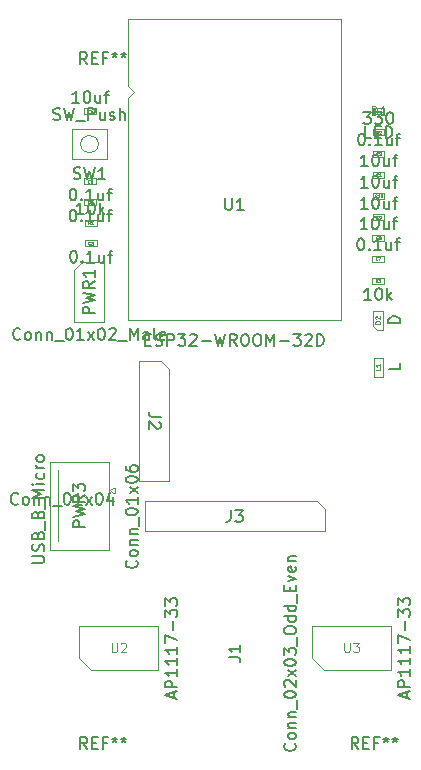
<source format=gbr>
G04 #@! TF.GenerationSoftware,KiCad,Pcbnew,(5.1.4)-1*
G04 #@! TF.CreationDate,2020-06-29T21:22:15+08:00*
G04 #@! TF.ProjectId,esp-break,6573702d-6272-4656-916b-2e6b69636164,rev?*
G04 #@! TF.SameCoordinates,Original*
G04 #@! TF.FileFunction,Other,Fab,Top*
%FSLAX46Y46*%
G04 Gerber Fmt 4.6, Leading zero omitted, Abs format (unit mm)*
G04 Created by KiCad (PCBNEW (5.1.4)-1) date 2020-06-29 21:22:15*
%MOMM*%
%LPD*%
G04 APERTURE LIST*
%ADD10C,0.100000*%
%ADD11C,0.150000*%
%ADD12C,0.120000*%
%ADD13C,0.040000*%
%ADD14C,0.060000*%
G04 APERTURE END LIST*
D10*
X108530000Y-89940000D02*
X108530000Y-79810000D01*
X111020000Y-89970000D02*
X108550000Y-89970000D01*
X111020000Y-80445000D02*
X111020000Y-89970000D01*
X110385000Y-79810000D02*
X111020000Y-80445000D01*
X108530000Y-79810000D02*
X110385000Y-79810000D01*
X128500000Y-58873200D02*
X128500000Y-58373200D01*
X128400000Y-58873200D02*
X128400000Y-58373200D01*
X129300000Y-58873200D02*
X128300000Y-58873200D01*
X129300000Y-58373200D02*
X129300000Y-58873200D01*
X128300000Y-58373200D02*
X129300000Y-58373200D01*
X128300000Y-58873200D02*
X128300000Y-58373200D01*
X105825000Y-62675000D02*
X102825000Y-62675000D01*
X102825000Y-62675000D02*
X102825000Y-60175000D01*
X102825000Y-60175000D02*
X105825000Y-60175000D01*
X105825000Y-60175000D02*
X105825000Y-62675000D01*
X105075000Y-61425000D02*
G75*
G03X105075000Y-61425000I-750000J0D01*
G01*
X103665000Y-71405000D02*
X105570000Y-71405000D01*
X105570000Y-71405000D02*
X105570000Y-76485000D01*
X105570000Y-76485000D02*
X103030000Y-76485000D01*
X103030000Y-76485000D02*
X103030000Y-72040000D01*
X103030000Y-72040000D02*
X103665000Y-71405000D01*
X104450000Y-105950000D02*
X103450000Y-104950000D01*
X104450000Y-105950000D02*
X110150000Y-105950000D01*
X103450000Y-104950000D02*
X103450000Y-102250000D01*
X110150000Y-105950000D02*
X110150000Y-102250000D01*
X103450000Y-102250000D02*
X110150000Y-102250000D01*
X129300000Y-63775000D02*
X129300000Y-64275000D01*
X129300000Y-64275000D02*
X128300000Y-64275000D01*
X128300000Y-64275000D02*
X128300000Y-63775000D01*
X128300000Y-63775000D02*
X129300000Y-63775000D01*
X128300000Y-62000000D02*
X129300000Y-62000000D01*
X128300000Y-62500000D02*
X128300000Y-62000000D01*
X129300000Y-62500000D02*
X128300000Y-62500000D01*
X129300000Y-62000000D02*
X129300000Y-62500000D01*
X103925000Y-70075000D02*
X103925000Y-69575000D01*
X103925000Y-69575000D02*
X104925000Y-69575000D01*
X104925000Y-69575000D02*
X104925000Y-70075000D01*
X104925000Y-70075000D02*
X103925000Y-70075000D01*
X103875000Y-58400000D02*
X104875000Y-58400000D01*
X103875000Y-58900000D02*
X103875000Y-58400000D01*
X104875000Y-58900000D02*
X103875000Y-58900000D01*
X104875000Y-58400000D02*
X104875000Y-58900000D01*
X104875000Y-64825000D02*
X103875000Y-64825000D01*
X104875000Y-64325000D02*
X104875000Y-64825000D01*
X103875000Y-64325000D02*
X104875000Y-64325000D01*
X103875000Y-64825000D02*
X103875000Y-64325000D01*
X103875000Y-66600000D02*
X103875000Y-66100000D01*
X103875000Y-66100000D02*
X104875000Y-66100000D01*
X104875000Y-66100000D02*
X104875000Y-66600000D01*
X104875000Y-66600000D02*
X103875000Y-66600000D01*
X128250000Y-70875000D02*
X129250000Y-70875000D01*
X128250000Y-71375000D02*
X128250000Y-70875000D01*
X129250000Y-71375000D02*
X128250000Y-71375000D01*
X129250000Y-70875000D02*
X129250000Y-71375000D01*
X129275000Y-69100000D02*
X129275000Y-69600000D01*
X129275000Y-69600000D02*
X128275000Y-69600000D01*
X128275000Y-69600000D02*
X128275000Y-69100000D01*
X128275000Y-69100000D02*
X129275000Y-69100000D01*
X128300000Y-67375000D02*
X129300000Y-67375000D01*
X128300000Y-67875000D02*
X128300000Y-67375000D01*
X129300000Y-67875000D02*
X128300000Y-67875000D01*
X129300000Y-67375000D02*
X129300000Y-67875000D01*
X129300000Y-65575000D02*
X129300000Y-66075000D01*
X129300000Y-66075000D02*
X128300000Y-66075000D01*
X128300000Y-66075000D02*
X128300000Y-65575000D01*
X128300000Y-65575000D02*
X129300000Y-65575000D01*
X128350000Y-75525000D02*
X128350000Y-76825000D01*
X128350000Y-76825000D02*
X128650000Y-77125000D01*
X128650000Y-77125000D02*
X129150000Y-77125000D01*
X129150000Y-77125000D02*
X129150000Y-75525000D01*
X129150000Y-75525000D02*
X128350000Y-75525000D01*
X129175000Y-81100000D02*
X128375000Y-81100000D01*
X128375000Y-81100000D02*
X128375000Y-79500000D01*
X128375000Y-79500000D02*
X129175000Y-79500000D01*
X129175000Y-79500000D02*
X129175000Y-81100000D01*
X104925000Y-67850000D02*
X104925000Y-68350000D01*
X104925000Y-68350000D02*
X103925000Y-68350000D01*
X103925000Y-68350000D02*
X103925000Y-67850000D01*
X103925000Y-67850000D02*
X104925000Y-67850000D01*
X128300000Y-60175000D02*
X129300000Y-60175000D01*
X128300000Y-60675000D02*
X128300000Y-60175000D01*
X129300000Y-60675000D02*
X128300000Y-60675000D01*
X129300000Y-60175000D02*
X129300000Y-60675000D01*
X125586000Y-76308000D02*
X125586000Y-50803000D01*
X107586000Y-76308000D02*
X125586000Y-76308000D01*
X107586000Y-50803000D02*
X107586000Y-56528000D01*
X107586000Y-50803000D02*
X125586000Y-50803000D01*
X107586000Y-57528000D02*
X107586000Y-76308000D01*
X108086000Y-57028000D02*
X107586000Y-56528000D01*
X107586000Y-57528000D02*
X108086000Y-57028000D01*
X124150000Y-105925000D02*
X123150000Y-104925000D01*
X124150000Y-105925000D02*
X129850000Y-105925000D01*
X123150000Y-104925000D02*
X123150000Y-102225000D01*
X129850000Y-105925000D02*
X129850000Y-102225000D01*
X123150000Y-102225000D02*
X129850000Y-102225000D01*
X100987500Y-95800000D02*
X105987500Y-95800000D01*
X101685796Y-89050000D02*
X101685796Y-95050000D01*
X100985796Y-88300000D02*
X100985796Y-95800000D01*
X105987500Y-88300000D02*
X105987500Y-95800000D01*
X100987500Y-88300000D02*
X105987500Y-88300000D01*
X106087500Y-90750000D02*
X106287500Y-90550000D01*
X106287500Y-90950000D02*
X106087500Y-90750000D01*
X106497500Y-90550000D02*
X106497500Y-90950000D01*
X106497500Y-90550000D02*
X106287500Y-90550000D01*
X106497500Y-90950000D02*
X106287500Y-90950000D01*
X124245000Y-92315000D02*
X124245000Y-94220000D01*
X124245000Y-94220000D02*
X109005000Y-94220000D01*
X109005000Y-94220000D02*
X109005000Y-91680000D01*
X109005000Y-91680000D02*
X123610000Y-91680000D01*
X123610000Y-91680000D02*
X124245000Y-92315000D01*
X128250000Y-73250000D02*
X128250000Y-72750000D01*
X128250000Y-72750000D02*
X129250000Y-72750000D01*
X129250000Y-72750000D02*
X129250000Y-73250000D01*
X129250000Y-73250000D02*
X128250000Y-73250000D01*
D11*
X98291904Y-91857142D02*
X98244285Y-91904761D01*
X98101428Y-91952380D01*
X98006190Y-91952380D01*
X97863333Y-91904761D01*
X97768095Y-91809523D01*
X97720476Y-91714285D01*
X97672857Y-91523809D01*
X97672857Y-91380952D01*
X97720476Y-91190476D01*
X97768095Y-91095238D01*
X97863333Y-91000000D01*
X98006190Y-90952380D01*
X98101428Y-90952380D01*
X98244285Y-91000000D01*
X98291904Y-91047619D01*
X98863333Y-91952380D02*
X98768095Y-91904761D01*
X98720476Y-91857142D01*
X98672857Y-91761904D01*
X98672857Y-91476190D01*
X98720476Y-91380952D01*
X98768095Y-91333333D01*
X98863333Y-91285714D01*
X99006190Y-91285714D01*
X99101428Y-91333333D01*
X99149047Y-91380952D01*
X99196666Y-91476190D01*
X99196666Y-91761904D01*
X99149047Y-91857142D01*
X99101428Y-91904761D01*
X99006190Y-91952380D01*
X98863333Y-91952380D01*
X99625238Y-91285714D02*
X99625238Y-91952380D01*
X99625238Y-91380952D02*
X99672857Y-91333333D01*
X99768095Y-91285714D01*
X99910952Y-91285714D01*
X100006190Y-91333333D01*
X100053809Y-91428571D01*
X100053809Y-91952380D01*
X100530000Y-91285714D02*
X100530000Y-91952380D01*
X100530000Y-91380952D02*
X100577619Y-91333333D01*
X100672857Y-91285714D01*
X100815714Y-91285714D01*
X100910952Y-91333333D01*
X100958571Y-91428571D01*
X100958571Y-91952380D01*
X101196666Y-92047619D02*
X101958571Y-92047619D01*
X102387142Y-90952380D02*
X102482380Y-90952380D01*
X102577619Y-91000000D01*
X102625238Y-91047619D01*
X102672857Y-91142857D01*
X102720476Y-91333333D01*
X102720476Y-91571428D01*
X102672857Y-91761904D01*
X102625238Y-91857142D01*
X102577619Y-91904761D01*
X102482380Y-91952380D01*
X102387142Y-91952380D01*
X102291904Y-91904761D01*
X102244285Y-91857142D01*
X102196666Y-91761904D01*
X102149047Y-91571428D01*
X102149047Y-91333333D01*
X102196666Y-91142857D01*
X102244285Y-91047619D01*
X102291904Y-91000000D01*
X102387142Y-90952380D01*
X103672857Y-91952380D02*
X103101428Y-91952380D01*
X103387142Y-91952380D02*
X103387142Y-90952380D01*
X103291904Y-91095238D01*
X103196666Y-91190476D01*
X103101428Y-91238095D01*
X104006190Y-91952380D02*
X104530000Y-91285714D01*
X104006190Y-91285714D02*
X104530000Y-91952380D01*
X105101428Y-90952380D02*
X105196666Y-90952380D01*
X105291904Y-91000000D01*
X105339523Y-91047619D01*
X105387142Y-91142857D01*
X105434761Y-91333333D01*
X105434761Y-91571428D01*
X105387142Y-91761904D01*
X105339523Y-91857142D01*
X105291904Y-91904761D01*
X105196666Y-91952380D01*
X105101428Y-91952380D01*
X105006190Y-91904761D01*
X104958571Y-91857142D01*
X104910952Y-91761904D01*
X104863333Y-91571428D01*
X104863333Y-91333333D01*
X104910952Y-91142857D01*
X104958571Y-91047619D01*
X105006190Y-91000000D01*
X105101428Y-90952380D01*
X106291904Y-91285714D02*
X106291904Y-91952380D01*
X106053809Y-90904761D02*
X105815714Y-91619047D01*
X106434761Y-91619047D01*
X110347619Y-84526666D02*
X109633333Y-84526666D01*
X109490476Y-84479047D01*
X109395238Y-84383809D01*
X109347619Y-84240952D01*
X109347619Y-84145714D01*
X110252380Y-84955238D02*
X110300000Y-85002857D01*
X110347619Y-85098095D01*
X110347619Y-85336190D01*
X110300000Y-85431428D01*
X110252380Y-85479047D01*
X110157142Y-85526666D01*
X110061904Y-85526666D01*
X109919047Y-85479047D01*
X109347619Y-84907619D01*
X109347619Y-85526666D01*
X104116666Y-54652380D02*
X103783333Y-54176190D01*
X103545238Y-54652380D02*
X103545238Y-53652380D01*
X103926190Y-53652380D01*
X104021428Y-53700000D01*
X104069047Y-53747619D01*
X104116666Y-53842857D01*
X104116666Y-53985714D01*
X104069047Y-54080952D01*
X104021428Y-54128571D01*
X103926190Y-54176190D01*
X103545238Y-54176190D01*
X104545238Y-54128571D02*
X104878571Y-54128571D01*
X105021428Y-54652380D02*
X104545238Y-54652380D01*
X104545238Y-53652380D01*
X105021428Y-53652380D01*
X105783333Y-54128571D02*
X105450000Y-54128571D01*
X105450000Y-54652380D02*
X105450000Y-53652380D01*
X105926190Y-53652380D01*
X106450000Y-53652380D02*
X106450000Y-53890476D01*
X106211904Y-53795238D02*
X106450000Y-53890476D01*
X106688095Y-53795238D01*
X106307142Y-54080952D02*
X106450000Y-53890476D01*
X106592857Y-54080952D01*
X107211904Y-53652380D02*
X107211904Y-53890476D01*
X106973809Y-53795238D02*
X107211904Y-53890476D01*
X107450000Y-53795238D01*
X107069047Y-54080952D02*
X107211904Y-53890476D01*
X107354761Y-54080952D01*
X128157142Y-60895580D02*
X127680952Y-60895580D01*
X127680952Y-59895580D01*
X128490476Y-60371771D02*
X128823809Y-60371771D01*
X128966666Y-60895580D02*
X128490476Y-60895580D01*
X128490476Y-59895580D01*
X128966666Y-59895580D01*
X129395238Y-60895580D02*
X129395238Y-59895580D01*
X129633333Y-59895580D01*
X129776190Y-59943200D01*
X129871428Y-60038438D01*
X129919047Y-60133676D01*
X129966666Y-60324152D01*
X129966666Y-60467009D01*
X129919047Y-60657485D01*
X129871428Y-60752723D01*
X129776190Y-60847961D01*
X129633333Y-60895580D01*
X129395238Y-60895580D01*
D12*
X128209523Y-58985104D02*
X128209523Y-58185104D01*
X128400000Y-58185104D01*
X128514285Y-58223200D01*
X128590476Y-58299390D01*
X128628571Y-58375580D01*
X128666666Y-58527961D01*
X128666666Y-58642247D01*
X128628571Y-58794628D01*
X128590476Y-58870819D01*
X128514285Y-58947009D01*
X128400000Y-58985104D01*
X128209523Y-58985104D01*
X129428571Y-58985104D02*
X128971428Y-58985104D01*
X129200000Y-58985104D02*
X129200000Y-58185104D01*
X129123809Y-58299390D01*
X129047619Y-58375580D01*
X128971428Y-58413676D01*
D11*
X101277380Y-59329761D02*
X101420238Y-59377380D01*
X101658333Y-59377380D01*
X101753571Y-59329761D01*
X101801190Y-59282142D01*
X101848809Y-59186904D01*
X101848809Y-59091666D01*
X101801190Y-58996428D01*
X101753571Y-58948809D01*
X101658333Y-58901190D01*
X101467857Y-58853571D01*
X101372619Y-58805952D01*
X101325000Y-58758333D01*
X101277380Y-58663095D01*
X101277380Y-58567857D01*
X101325000Y-58472619D01*
X101372619Y-58425000D01*
X101467857Y-58377380D01*
X101705952Y-58377380D01*
X101848809Y-58425000D01*
X102182142Y-58377380D02*
X102420238Y-59377380D01*
X102610714Y-58663095D01*
X102801190Y-59377380D01*
X103039285Y-58377380D01*
X103182142Y-59472619D02*
X103944047Y-59472619D01*
X104182142Y-59377380D02*
X104182142Y-58377380D01*
X104563095Y-58377380D01*
X104658333Y-58425000D01*
X104705952Y-58472619D01*
X104753571Y-58567857D01*
X104753571Y-58710714D01*
X104705952Y-58805952D01*
X104658333Y-58853571D01*
X104563095Y-58901190D01*
X104182142Y-58901190D01*
X105610714Y-58710714D02*
X105610714Y-59377380D01*
X105182142Y-58710714D02*
X105182142Y-59234523D01*
X105229761Y-59329761D01*
X105325000Y-59377380D01*
X105467857Y-59377380D01*
X105563095Y-59329761D01*
X105610714Y-59282142D01*
X106039285Y-59329761D02*
X106134523Y-59377380D01*
X106325000Y-59377380D01*
X106420238Y-59329761D01*
X106467857Y-59234523D01*
X106467857Y-59186904D01*
X106420238Y-59091666D01*
X106325000Y-59044047D01*
X106182142Y-59044047D01*
X106086904Y-58996428D01*
X106039285Y-58901190D01*
X106039285Y-58853571D01*
X106086904Y-58758333D01*
X106182142Y-58710714D01*
X106325000Y-58710714D01*
X106420238Y-58758333D01*
X106896428Y-59377380D02*
X106896428Y-58377380D01*
X107325000Y-59377380D02*
X107325000Y-58853571D01*
X107277380Y-58758333D01*
X107182142Y-58710714D01*
X107039285Y-58710714D01*
X106944047Y-58758333D01*
X106896428Y-58805952D01*
X102991666Y-64329761D02*
X103134523Y-64377380D01*
X103372619Y-64377380D01*
X103467857Y-64329761D01*
X103515476Y-64282142D01*
X103563095Y-64186904D01*
X103563095Y-64091666D01*
X103515476Y-63996428D01*
X103467857Y-63948809D01*
X103372619Y-63901190D01*
X103182142Y-63853571D01*
X103086904Y-63805952D01*
X103039285Y-63758333D01*
X102991666Y-63663095D01*
X102991666Y-63567857D01*
X103039285Y-63472619D01*
X103086904Y-63425000D01*
X103182142Y-63377380D01*
X103420238Y-63377380D01*
X103563095Y-63425000D01*
X103896428Y-63377380D02*
X104134523Y-64377380D01*
X104325000Y-63663095D01*
X104515476Y-64377380D01*
X104753571Y-63377380D01*
X105658333Y-64377380D02*
X105086904Y-64377380D01*
X105372619Y-64377380D02*
X105372619Y-63377380D01*
X105277380Y-63520238D01*
X105182142Y-63615476D01*
X105086904Y-63663095D01*
X104122666Y-112618780D02*
X103789333Y-112142590D01*
X103551238Y-112618780D02*
X103551238Y-111618780D01*
X103932190Y-111618780D01*
X104027428Y-111666400D01*
X104075047Y-111714019D01*
X104122666Y-111809257D01*
X104122666Y-111952114D01*
X104075047Y-112047352D01*
X104027428Y-112094971D01*
X103932190Y-112142590D01*
X103551238Y-112142590D01*
X104551238Y-112094971D02*
X104884571Y-112094971D01*
X105027428Y-112618780D02*
X104551238Y-112618780D01*
X104551238Y-111618780D01*
X105027428Y-111618780D01*
X105789333Y-112094971D02*
X105456000Y-112094971D01*
X105456000Y-112618780D02*
X105456000Y-111618780D01*
X105932190Y-111618780D01*
X106456000Y-111618780D02*
X106456000Y-111856876D01*
X106217904Y-111761638D02*
X106456000Y-111856876D01*
X106694095Y-111761638D01*
X106313142Y-112047352D02*
X106456000Y-111856876D01*
X106598857Y-112047352D01*
X107217904Y-111618780D02*
X107217904Y-111856876D01*
X106979809Y-111761638D02*
X107217904Y-111856876D01*
X107456000Y-111761638D01*
X107075047Y-112047352D02*
X107217904Y-111856876D01*
X107360761Y-112047352D01*
X127084266Y-112618780D02*
X126750933Y-112142590D01*
X126512838Y-112618780D02*
X126512838Y-111618780D01*
X126893790Y-111618780D01*
X126989028Y-111666400D01*
X127036647Y-111714019D01*
X127084266Y-111809257D01*
X127084266Y-111952114D01*
X127036647Y-112047352D01*
X126989028Y-112094971D01*
X126893790Y-112142590D01*
X126512838Y-112142590D01*
X127512838Y-112094971D02*
X127846171Y-112094971D01*
X127989028Y-112618780D02*
X127512838Y-112618780D01*
X127512838Y-111618780D01*
X127989028Y-111618780D01*
X128750933Y-112094971D02*
X128417600Y-112094971D01*
X128417600Y-112618780D02*
X128417600Y-111618780D01*
X128893790Y-111618780D01*
X129417600Y-111618780D02*
X129417600Y-111856876D01*
X129179504Y-111761638D02*
X129417600Y-111856876D01*
X129655695Y-111761638D01*
X129274742Y-112047352D02*
X129417600Y-111856876D01*
X129560457Y-112047352D01*
X130179504Y-111618780D02*
X130179504Y-111856876D01*
X129941409Y-111761638D02*
X130179504Y-111856876D01*
X130417600Y-111761638D01*
X130036647Y-112047352D02*
X130179504Y-111856876D01*
X130322361Y-112047352D01*
X121707142Y-112167857D02*
X121754761Y-112215476D01*
X121802380Y-112358333D01*
X121802380Y-112453571D01*
X121754761Y-112596428D01*
X121659523Y-112691666D01*
X121564285Y-112739285D01*
X121373809Y-112786904D01*
X121230952Y-112786904D01*
X121040476Y-112739285D01*
X120945238Y-112691666D01*
X120850000Y-112596428D01*
X120802380Y-112453571D01*
X120802380Y-112358333D01*
X120850000Y-112215476D01*
X120897619Y-112167857D01*
X121802380Y-111596428D02*
X121754761Y-111691666D01*
X121707142Y-111739285D01*
X121611904Y-111786904D01*
X121326190Y-111786904D01*
X121230952Y-111739285D01*
X121183333Y-111691666D01*
X121135714Y-111596428D01*
X121135714Y-111453571D01*
X121183333Y-111358333D01*
X121230952Y-111310714D01*
X121326190Y-111263095D01*
X121611904Y-111263095D01*
X121707142Y-111310714D01*
X121754761Y-111358333D01*
X121802380Y-111453571D01*
X121802380Y-111596428D01*
X121135714Y-110834523D02*
X121802380Y-110834523D01*
X121230952Y-110834523D02*
X121183333Y-110786904D01*
X121135714Y-110691666D01*
X121135714Y-110548809D01*
X121183333Y-110453571D01*
X121278571Y-110405952D01*
X121802380Y-110405952D01*
X121135714Y-109929761D02*
X121802380Y-109929761D01*
X121230952Y-109929761D02*
X121183333Y-109882142D01*
X121135714Y-109786904D01*
X121135714Y-109644047D01*
X121183333Y-109548809D01*
X121278571Y-109501190D01*
X121802380Y-109501190D01*
X121897619Y-109263095D02*
X121897619Y-108501190D01*
X120802380Y-108072619D02*
X120802380Y-107977380D01*
X120850000Y-107882142D01*
X120897619Y-107834523D01*
X120992857Y-107786904D01*
X121183333Y-107739285D01*
X121421428Y-107739285D01*
X121611904Y-107786904D01*
X121707142Y-107834523D01*
X121754761Y-107882142D01*
X121802380Y-107977380D01*
X121802380Y-108072619D01*
X121754761Y-108167857D01*
X121707142Y-108215476D01*
X121611904Y-108263095D01*
X121421428Y-108310714D01*
X121183333Y-108310714D01*
X120992857Y-108263095D01*
X120897619Y-108215476D01*
X120850000Y-108167857D01*
X120802380Y-108072619D01*
X120897619Y-107358333D02*
X120850000Y-107310714D01*
X120802380Y-107215476D01*
X120802380Y-106977380D01*
X120850000Y-106882142D01*
X120897619Y-106834523D01*
X120992857Y-106786904D01*
X121088095Y-106786904D01*
X121230952Y-106834523D01*
X121802380Y-107405952D01*
X121802380Y-106786904D01*
X121802380Y-106453571D02*
X121135714Y-105929761D01*
X121135714Y-106453571D02*
X121802380Y-105929761D01*
X120802380Y-105358333D02*
X120802380Y-105263095D01*
X120850000Y-105167857D01*
X120897619Y-105120238D01*
X120992857Y-105072619D01*
X121183333Y-105025000D01*
X121421428Y-105025000D01*
X121611904Y-105072619D01*
X121707142Y-105120238D01*
X121754761Y-105167857D01*
X121802380Y-105263095D01*
X121802380Y-105358333D01*
X121754761Y-105453571D01*
X121707142Y-105501190D01*
X121611904Y-105548809D01*
X121421428Y-105596428D01*
X121183333Y-105596428D01*
X120992857Y-105548809D01*
X120897619Y-105501190D01*
X120850000Y-105453571D01*
X120802380Y-105358333D01*
X120802380Y-104691666D02*
X120802380Y-104072619D01*
X121183333Y-104405952D01*
X121183333Y-104263095D01*
X121230952Y-104167857D01*
X121278571Y-104120238D01*
X121373809Y-104072619D01*
X121611904Y-104072619D01*
X121707142Y-104120238D01*
X121754761Y-104167857D01*
X121802380Y-104263095D01*
X121802380Y-104548809D01*
X121754761Y-104644047D01*
X121707142Y-104691666D01*
X121897619Y-103882142D02*
X121897619Y-103120238D01*
X120802380Y-102691666D02*
X120802380Y-102501190D01*
X120850000Y-102405952D01*
X120945238Y-102310714D01*
X121135714Y-102263095D01*
X121469047Y-102263095D01*
X121659523Y-102310714D01*
X121754761Y-102405952D01*
X121802380Y-102501190D01*
X121802380Y-102691666D01*
X121754761Y-102786904D01*
X121659523Y-102882142D01*
X121469047Y-102929761D01*
X121135714Y-102929761D01*
X120945238Y-102882142D01*
X120850000Y-102786904D01*
X120802380Y-102691666D01*
X121802380Y-101405952D02*
X120802380Y-101405952D01*
X121754761Y-101405952D02*
X121802380Y-101501190D01*
X121802380Y-101691666D01*
X121754761Y-101786904D01*
X121707142Y-101834523D01*
X121611904Y-101882142D01*
X121326190Y-101882142D01*
X121230952Y-101834523D01*
X121183333Y-101786904D01*
X121135714Y-101691666D01*
X121135714Y-101501190D01*
X121183333Y-101405952D01*
X121802380Y-100501190D02*
X120802380Y-100501190D01*
X121754761Y-100501190D02*
X121802380Y-100596428D01*
X121802380Y-100786904D01*
X121754761Y-100882142D01*
X121707142Y-100929761D01*
X121611904Y-100977380D01*
X121326190Y-100977380D01*
X121230952Y-100929761D01*
X121183333Y-100882142D01*
X121135714Y-100786904D01*
X121135714Y-100596428D01*
X121183333Y-100501190D01*
X121897619Y-100263095D02*
X121897619Y-99501190D01*
X121278571Y-99263095D02*
X121278571Y-98929761D01*
X121802380Y-98786904D02*
X121802380Y-99263095D01*
X120802380Y-99263095D01*
X120802380Y-98786904D01*
X121135714Y-98453571D02*
X121802380Y-98215476D01*
X121135714Y-97977380D01*
X121754761Y-97215476D02*
X121802380Y-97310714D01*
X121802380Y-97501190D01*
X121754761Y-97596428D01*
X121659523Y-97644047D01*
X121278571Y-97644047D01*
X121183333Y-97596428D01*
X121135714Y-97501190D01*
X121135714Y-97310714D01*
X121183333Y-97215476D01*
X121278571Y-97167857D01*
X121373809Y-97167857D01*
X121469047Y-97644047D01*
X121135714Y-96739285D02*
X121802380Y-96739285D01*
X121230952Y-96739285D02*
X121183333Y-96691666D01*
X121135714Y-96596428D01*
X121135714Y-96453571D01*
X121183333Y-96358333D01*
X121278571Y-96310714D01*
X121802380Y-96310714D01*
X116102380Y-104858333D02*
X116816666Y-104858333D01*
X116959523Y-104905952D01*
X117054761Y-105001190D01*
X117102380Y-105144047D01*
X117102380Y-105239285D01*
X117102380Y-103858333D02*
X117102380Y-104429761D01*
X117102380Y-104144047D02*
X116102380Y-104144047D01*
X116245238Y-104239285D01*
X116340476Y-104334523D01*
X116388095Y-104429761D01*
X98466666Y-77902142D02*
X98419047Y-77949761D01*
X98276190Y-77997380D01*
X98180952Y-77997380D01*
X98038095Y-77949761D01*
X97942857Y-77854523D01*
X97895238Y-77759285D01*
X97847619Y-77568809D01*
X97847619Y-77425952D01*
X97895238Y-77235476D01*
X97942857Y-77140238D01*
X98038095Y-77045000D01*
X98180952Y-76997380D01*
X98276190Y-76997380D01*
X98419047Y-77045000D01*
X98466666Y-77092619D01*
X99038095Y-77997380D02*
X98942857Y-77949761D01*
X98895238Y-77902142D01*
X98847619Y-77806904D01*
X98847619Y-77521190D01*
X98895238Y-77425952D01*
X98942857Y-77378333D01*
X99038095Y-77330714D01*
X99180952Y-77330714D01*
X99276190Y-77378333D01*
X99323809Y-77425952D01*
X99371428Y-77521190D01*
X99371428Y-77806904D01*
X99323809Y-77902142D01*
X99276190Y-77949761D01*
X99180952Y-77997380D01*
X99038095Y-77997380D01*
X99800000Y-77330714D02*
X99800000Y-77997380D01*
X99800000Y-77425952D02*
X99847619Y-77378333D01*
X99942857Y-77330714D01*
X100085714Y-77330714D01*
X100180952Y-77378333D01*
X100228571Y-77473571D01*
X100228571Y-77997380D01*
X100704761Y-77330714D02*
X100704761Y-77997380D01*
X100704761Y-77425952D02*
X100752380Y-77378333D01*
X100847619Y-77330714D01*
X100990476Y-77330714D01*
X101085714Y-77378333D01*
X101133333Y-77473571D01*
X101133333Y-77997380D01*
X101371428Y-78092619D02*
X102133333Y-78092619D01*
X102561904Y-76997380D02*
X102657142Y-76997380D01*
X102752380Y-77045000D01*
X102800000Y-77092619D01*
X102847619Y-77187857D01*
X102895238Y-77378333D01*
X102895238Y-77616428D01*
X102847619Y-77806904D01*
X102800000Y-77902142D01*
X102752380Y-77949761D01*
X102657142Y-77997380D01*
X102561904Y-77997380D01*
X102466666Y-77949761D01*
X102419047Y-77902142D01*
X102371428Y-77806904D01*
X102323809Y-77616428D01*
X102323809Y-77378333D01*
X102371428Y-77187857D01*
X102419047Y-77092619D01*
X102466666Y-77045000D01*
X102561904Y-76997380D01*
X103847619Y-77997380D02*
X103276190Y-77997380D01*
X103561904Y-77997380D02*
X103561904Y-76997380D01*
X103466666Y-77140238D01*
X103371428Y-77235476D01*
X103276190Y-77283095D01*
X104180952Y-77997380D02*
X104704761Y-77330714D01*
X104180952Y-77330714D02*
X104704761Y-77997380D01*
X105276190Y-76997380D02*
X105371428Y-76997380D01*
X105466666Y-77045000D01*
X105514285Y-77092619D01*
X105561904Y-77187857D01*
X105609523Y-77378333D01*
X105609523Y-77616428D01*
X105561904Y-77806904D01*
X105514285Y-77902142D01*
X105466666Y-77949761D01*
X105371428Y-77997380D01*
X105276190Y-77997380D01*
X105180952Y-77949761D01*
X105133333Y-77902142D01*
X105085714Y-77806904D01*
X105038095Y-77616428D01*
X105038095Y-77378333D01*
X105085714Y-77187857D01*
X105133333Y-77092619D01*
X105180952Y-77045000D01*
X105276190Y-76997380D01*
X105990476Y-77092619D02*
X106038095Y-77045000D01*
X106133333Y-76997380D01*
X106371428Y-76997380D01*
X106466666Y-77045000D01*
X106514285Y-77092619D01*
X106561904Y-77187857D01*
X106561904Y-77283095D01*
X106514285Y-77425952D01*
X105942857Y-77997380D01*
X106561904Y-77997380D01*
X106752380Y-78092619D02*
X107514285Y-78092619D01*
X107752380Y-77997380D02*
X107752380Y-76997380D01*
X108085714Y-77711666D01*
X108419047Y-76997380D01*
X108419047Y-77997380D01*
X109323809Y-77997380D02*
X109323809Y-77473571D01*
X109276190Y-77378333D01*
X109180952Y-77330714D01*
X108990476Y-77330714D01*
X108895238Y-77378333D01*
X109323809Y-77949761D02*
X109228571Y-77997380D01*
X108990476Y-77997380D01*
X108895238Y-77949761D01*
X108847619Y-77854523D01*
X108847619Y-77759285D01*
X108895238Y-77664047D01*
X108990476Y-77616428D01*
X109228571Y-77616428D01*
X109323809Y-77568809D01*
X109942857Y-77997380D02*
X109847619Y-77949761D01*
X109800000Y-77854523D01*
X109800000Y-76997380D01*
X110704761Y-77949761D02*
X110609523Y-77997380D01*
X110419047Y-77997380D01*
X110323809Y-77949761D01*
X110276190Y-77854523D01*
X110276190Y-77473571D01*
X110323809Y-77378333D01*
X110419047Y-77330714D01*
X110609523Y-77330714D01*
X110704761Y-77378333D01*
X110752380Y-77473571D01*
X110752380Y-77568809D01*
X110276190Y-77664047D01*
X104752380Y-75754523D02*
X103752380Y-75754523D01*
X103752380Y-75373571D01*
X103800000Y-75278333D01*
X103847619Y-75230714D01*
X103942857Y-75183095D01*
X104085714Y-75183095D01*
X104180952Y-75230714D01*
X104228571Y-75278333D01*
X104276190Y-75373571D01*
X104276190Y-75754523D01*
X103752380Y-74849761D02*
X104752380Y-74611666D01*
X104038095Y-74421190D01*
X104752380Y-74230714D01*
X103752380Y-73992619D01*
X104752380Y-73040238D02*
X104276190Y-73373571D01*
X104752380Y-73611666D02*
X103752380Y-73611666D01*
X103752380Y-73230714D01*
X103800000Y-73135476D01*
X103847619Y-73087857D01*
X103942857Y-73040238D01*
X104085714Y-73040238D01*
X104180952Y-73087857D01*
X104228571Y-73135476D01*
X104276190Y-73230714D01*
X104276190Y-73611666D01*
X104752380Y-72087857D02*
X104752380Y-72659285D01*
X104752380Y-72373571D02*
X103752380Y-72373571D01*
X103895238Y-72468809D01*
X103990476Y-72564047D01*
X104038095Y-72659285D01*
X111466666Y-108314285D02*
X111466666Y-107838095D01*
X111752380Y-108409523D02*
X110752380Y-108076190D01*
X111752380Y-107742857D01*
X111752380Y-107409523D02*
X110752380Y-107409523D01*
X110752380Y-107028571D01*
X110800000Y-106933333D01*
X110847619Y-106885714D01*
X110942857Y-106838095D01*
X111085714Y-106838095D01*
X111180952Y-106885714D01*
X111228571Y-106933333D01*
X111276190Y-107028571D01*
X111276190Y-107409523D01*
X111752380Y-105885714D02*
X111752380Y-106457142D01*
X111752380Y-106171428D02*
X110752380Y-106171428D01*
X110895238Y-106266666D01*
X110990476Y-106361904D01*
X111038095Y-106457142D01*
X111752380Y-104933333D02*
X111752380Y-105504761D01*
X111752380Y-105219047D02*
X110752380Y-105219047D01*
X110895238Y-105314285D01*
X110990476Y-105409523D01*
X111038095Y-105504761D01*
X111752380Y-103980952D02*
X111752380Y-104552380D01*
X111752380Y-104266666D02*
X110752380Y-104266666D01*
X110895238Y-104361904D01*
X110990476Y-104457142D01*
X111038095Y-104552380D01*
X110752380Y-103647619D02*
X110752380Y-102980952D01*
X111752380Y-103409523D01*
X111371428Y-102600000D02*
X111371428Y-101838095D01*
X110752380Y-101457142D02*
X110752380Y-100838095D01*
X111133333Y-101171428D01*
X111133333Y-101028571D01*
X111180952Y-100933333D01*
X111228571Y-100885714D01*
X111323809Y-100838095D01*
X111561904Y-100838095D01*
X111657142Y-100885714D01*
X111704761Y-100933333D01*
X111752380Y-101028571D01*
X111752380Y-101314285D01*
X111704761Y-101409523D01*
X111657142Y-101457142D01*
X110752380Y-100504761D02*
X110752380Y-99885714D01*
X111133333Y-100219047D01*
X111133333Y-100076190D01*
X111180952Y-99980952D01*
X111228571Y-99933333D01*
X111323809Y-99885714D01*
X111561904Y-99885714D01*
X111657142Y-99933333D01*
X111704761Y-99980952D01*
X111752380Y-100076190D01*
X111752380Y-100361904D01*
X111704761Y-100457142D01*
X111657142Y-100504761D01*
D12*
X106190476Y-103661904D02*
X106190476Y-104309523D01*
X106228571Y-104385714D01*
X106266666Y-104423809D01*
X106342857Y-104461904D01*
X106495238Y-104461904D01*
X106571428Y-104423809D01*
X106609523Y-104385714D01*
X106647619Y-104309523D01*
X106647619Y-103661904D01*
X106990476Y-103738095D02*
X107028571Y-103700000D01*
X107104761Y-103661904D01*
X107295238Y-103661904D01*
X107371428Y-103700000D01*
X107409523Y-103738095D01*
X107447619Y-103814285D01*
X107447619Y-103890476D01*
X107409523Y-104004761D01*
X106952380Y-104461904D01*
X107447619Y-104461904D01*
D11*
X127871428Y-63307380D02*
X127300000Y-63307380D01*
X127585714Y-63307380D02*
X127585714Y-62307380D01*
X127490476Y-62450238D01*
X127395238Y-62545476D01*
X127300000Y-62593095D01*
X128490476Y-62307380D02*
X128585714Y-62307380D01*
X128680952Y-62355000D01*
X128728571Y-62402619D01*
X128776190Y-62497857D01*
X128823809Y-62688333D01*
X128823809Y-62926428D01*
X128776190Y-63116904D01*
X128728571Y-63212142D01*
X128680952Y-63259761D01*
X128585714Y-63307380D01*
X128490476Y-63307380D01*
X128395238Y-63259761D01*
X128347619Y-63212142D01*
X128300000Y-63116904D01*
X128252380Y-62926428D01*
X128252380Y-62688333D01*
X128300000Y-62497857D01*
X128347619Y-62402619D01*
X128395238Y-62355000D01*
X128490476Y-62307380D01*
X129680952Y-62640714D02*
X129680952Y-63307380D01*
X129252380Y-62640714D02*
X129252380Y-63164523D01*
X129300000Y-63259761D01*
X129395238Y-63307380D01*
X129538095Y-63307380D01*
X129633333Y-63259761D01*
X129680952Y-63212142D01*
X130014285Y-62640714D02*
X130395238Y-62640714D01*
X130157142Y-63307380D02*
X130157142Y-62450238D01*
X130204761Y-62355000D01*
X130300000Y-62307380D01*
X130395238Y-62307380D01*
D13*
X128758333Y-64114285D02*
X128746428Y-64126190D01*
X128710714Y-64138095D01*
X128686904Y-64138095D01*
X128651190Y-64126190D01*
X128627380Y-64102380D01*
X128615476Y-64078571D01*
X128603571Y-64030952D01*
X128603571Y-63995238D01*
X128615476Y-63947619D01*
X128627380Y-63923809D01*
X128651190Y-63900000D01*
X128686904Y-63888095D01*
X128710714Y-63888095D01*
X128746428Y-63900000D01*
X128758333Y-63911904D01*
X128996428Y-64138095D02*
X128853571Y-64138095D01*
X128925000Y-64138095D02*
X128925000Y-63888095D01*
X128901190Y-63923809D01*
X128877380Y-63947619D01*
X128853571Y-63959523D01*
D11*
X127300000Y-60532380D02*
X127395238Y-60532380D01*
X127490476Y-60580000D01*
X127538095Y-60627619D01*
X127585714Y-60722857D01*
X127633333Y-60913333D01*
X127633333Y-61151428D01*
X127585714Y-61341904D01*
X127538095Y-61437142D01*
X127490476Y-61484761D01*
X127395238Y-61532380D01*
X127300000Y-61532380D01*
X127204761Y-61484761D01*
X127157142Y-61437142D01*
X127109523Y-61341904D01*
X127061904Y-61151428D01*
X127061904Y-60913333D01*
X127109523Y-60722857D01*
X127157142Y-60627619D01*
X127204761Y-60580000D01*
X127300000Y-60532380D01*
X128061904Y-61437142D02*
X128109523Y-61484761D01*
X128061904Y-61532380D01*
X128014285Y-61484761D01*
X128061904Y-61437142D01*
X128061904Y-61532380D01*
X129061904Y-61532380D02*
X128490476Y-61532380D01*
X128776190Y-61532380D02*
X128776190Y-60532380D01*
X128680952Y-60675238D01*
X128585714Y-60770476D01*
X128490476Y-60818095D01*
X129919047Y-60865714D02*
X129919047Y-61532380D01*
X129490476Y-60865714D02*
X129490476Y-61389523D01*
X129538095Y-61484761D01*
X129633333Y-61532380D01*
X129776190Y-61532380D01*
X129871428Y-61484761D01*
X129919047Y-61437142D01*
X130252380Y-60865714D02*
X130633333Y-60865714D01*
X130395238Y-61532380D02*
X130395238Y-60675238D01*
X130442857Y-60580000D01*
X130538095Y-60532380D01*
X130633333Y-60532380D01*
D13*
X128758333Y-62339285D02*
X128746428Y-62351190D01*
X128710714Y-62363095D01*
X128686904Y-62363095D01*
X128651190Y-62351190D01*
X128627380Y-62327380D01*
X128615476Y-62303571D01*
X128603571Y-62255952D01*
X128603571Y-62220238D01*
X128615476Y-62172619D01*
X128627380Y-62148809D01*
X128651190Y-62125000D01*
X128686904Y-62113095D01*
X128710714Y-62113095D01*
X128746428Y-62125000D01*
X128758333Y-62136904D01*
X128853571Y-62136904D02*
X128865476Y-62125000D01*
X128889285Y-62113095D01*
X128948809Y-62113095D01*
X128972619Y-62125000D01*
X128984523Y-62136904D01*
X128996428Y-62160714D01*
X128996428Y-62184523D01*
X128984523Y-62220238D01*
X128841666Y-62363095D01*
X128996428Y-62363095D01*
D11*
X102925000Y-70447380D02*
X103020238Y-70447380D01*
X103115476Y-70495000D01*
X103163095Y-70542619D01*
X103210714Y-70637857D01*
X103258333Y-70828333D01*
X103258333Y-71066428D01*
X103210714Y-71256904D01*
X103163095Y-71352142D01*
X103115476Y-71399761D01*
X103020238Y-71447380D01*
X102925000Y-71447380D01*
X102829761Y-71399761D01*
X102782142Y-71352142D01*
X102734523Y-71256904D01*
X102686904Y-71066428D01*
X102686904Y-70828333D01*
X102734523Y-70637857D01*
X102782142Y-70542619D01*
X102829761Y-70495000D01*
X102925000Y-70447380D01*
X103686904Y-71352142D02*
X103734523Y-71399761D01*
X103686904Y-71447380D01*
X103639285Y-71399761D01*
X103686904Y-71352142D01*
X103686904Y-71447380D01*
X104686904Y-71447380D02*
X104115476Y-71447380D01*
X104401190Y-71447380D02*
X104401190Y-70447380D01*
X104305952Y-70590238D01*
X104210714Y-70685476D01*
X104115476Y-70733095D01*
X105544047Y-70780714D02*
X105544047Y-71447380D01*
X105115476Y-70780714D02*
X105115476Y-71304523D01*
X105163095Y-71399761D01*
X105258333Y-71447380D01*
X105401190Y-71447380D01*
X105496428Y-71399761D01*
X105544047Y-71352142D01*
X105877380Y-70780714D02*
X106258333Y-70780714D01*
X106020238Y-71447380D02*
X106020238Y-70590238D01*
X106067857Y-70495000D01*
X106163095Y-70447380D01*
X106258333Y-70447380D01*
D13*
X104383333Y-69914285D02*
X104371428Y-69926190D01*
X104335714Y-69938095D01*
X104311904Y-69938095D01*
X104276190Y-69926190D01*
X104252380Y-69902380D01*
X104240476Y-69878571D01*
X104228571Y-69830952D01*
X104228571Y-69795238D01*
X104240476Y-69747619D01*
X104252380Y-69723809D01*
X104276190Y-69700000D01*
X104311904Y-69688095D01*
X104335714Y-69688095D01*
X104371428Y-69700000D01*
X104383333Y-69711904D01*
X104466666Y-69688095D02*
X104621428Y-69688095D01*
X104538095Y-69783333D01*
X104573809Y-69783333D01*
X104597619Y-69795238D01*
X104609523Y-69807142D01*
X104621428Y-69830952D01*
X104621428Y-69890476D01*
X104609523Y-69914285D01*
X104597619Y-69926190D01*
X104573809Y-69938095D01*
X104502380Y-69938095D01*
X104478571Y-69926190D01*
X104466666Y-69914285D01*
D11*
X103446428Y-57932380D02*
X102875000Y-57932380D01*
X103160714Y-57932380D02*
X103160714Y-56932380D01*
X103065476Y-57075238D01*
X102970238Y-57170476D01*
X102875000Y-57218095D01*
X104065476Y-56932380D02*
X104160714Y-56932380D01*
X104255952Y-56980000D01*
X104303571Y-57027619D01*
X104351190Y-57122857D01*
X104398809Y-57313333D01*
X104398809Y-57551428D01*
X104351190Y-57741904D01*
X104303571Y-57837142D01*
X104255952Y-57884761D01*
X104160714Y-57932380D01*
X104065476Y-57932380D01*
X103970238Y-57884761D01*
X103922619Y-57837142D01*
X103875000Y-57741904D01*
X103827380Y-57551428D01*
X103827380Y-57313333D01*
X103875000Y-57122857D01*
X103922619Y-57027619D01*
X103970238Y-56980000D01*
X104065476Y-56932380D01*
X105255952Y-57265714D02*
X105255952Y-57932380D01*
X104827380Y-57265714D02*
X104827380Y-57789523D01*
X104875000Y-57884761D01*
X104970238Y-57932380D01*
X105113095Y-57932380D01*
X105208333Y-57884761D01*
X105255952Y-57837142D01*
X105589285Y-57265714D02*
X105970238Y-57265714D01*
X105732142Y-57932380D02*
X105732142Y-57075238D01*
X105779761Y-56980000D01*
X105875000Y-56932380D01*
X105970238Y-56932380D01*
D13*
X104333333Y-58739285D02*
X104321428Y-58751190D01*
X104285714Y-58763095D01*
X104261904Y-58763095D01*
X104226190Y-58751190D01*
X104202380Y-58727380D01*
X104190476Y-58703571D01*
X104178571Y-58655952D01*
X104178571Y-58620238D01*
X104190476Y-58572619D01*
X104202380Y-58548809D01*
X104226190Y-58525000D01*
X104261904Y-58513095D01*
X104285714Y-58513095D01*
X104321428Y-58525000D01*
X104333333Y-58536904D01*
X104547619Y-58596428D02*
X104547619Y-58763095D01*
X104488095Y-58501190D02*
X104428571Y-58679761D01*
X104583333Y-58679761D01*
D11*
X102875000Y-65197380D02*
X102970238Y-65197380D01*
X103065476Y-65245000D01*
X103113095Y-65292619D01*
X103160714Y-65387857D01*
X103208333Y-65578333D01*
X103208333Y-65816428D01*
X103160714Y-66006904D01*
X103113095Y-66102142D01*
X103065476Y-66149761D01*
X102970238Y-66197380D01*
X102875000Y-66197380D01*
X102779761Y-66149761D01*
X102732142Y-66102142D01*
X102684523Y-66006904D01*
X102636904Y-65816428D01*
X102636904Y-65578333D01*
X102684523Y-65387857D01*
X102732142Y-65292619D01*
X102779761Y-65245000D01*
X102875000Y-65197380D01*
X103636904Y-66102142D02*
X103684523Y-66149761D01*
X103636904Y-66197380D01*
X103589285Y-66149761D01*
X103636904Y-66102142D01*
X103636904Y-66197380D01*
X104636904Y-66197380D02*
X104065476Y-66197380D01*
X104351190Y-66197380D02*
X104351190Y-65197380D01*
X104255952Y-65340238D01*
X104160714Y-65435476D01*
X104065476Y-65483095D01*
X105494047Y-65530714D02*
X105494047Y-66197380D01*
X105065476Y-65530714D02*
X105065476Y-66054523D01*
X105113095Y-66149761D01*
X105208333Y-66197380D01*
X105351190Y-66197380D01*
X105446428Y-66149761D01*
X105494047Y-66102142D01*
X105827380Y-65530714D02*
X106208333Y-65530714D01*
X105970238Y-66197380D02*
X105970238Y-65340238D01*
X106017857Y-65245000D01*
X106113095Y-65197380D01*
X106208333Y-65197380D01*
D13*
X104333333Y-64664285D02*
X104321428Y-64676190D01*
X104285714Y-64688095D01*
X104261904Y-64688095D01*
X104226190Y-64676190D01*
X104202380Y-64652380D01*
X104190476Y-64628571D01*
X104178571Y-64580952D01*
X104178571Y-64545238D01*
X104190476Y-64497619D01*
X104202380Y-64473809D01*
X104226190Y-64450000D01*
X104261904Y-64438095D01*
X104285714Y-64438095D01*
X104321428Y-64450000D01*
X104333333Y-64461904D01*
X104559523Y-64438095D02*
X104440476Y-64438095D01*
X104428571Y-64557142D01*
X104440476Y-64545238D01*
X104464285Y-64533333D01*
X104523809Y-64533333D01*
X104547619Y-64545238D01*
X104559523Y-64557142D01*
X104571428Y-64580952D01*
X104571428Y-64640476D01*
X104559523Y-64664285D01*
X104547619Y-64676190D01*
X104523809Y-64688095D01*
X104464285Y-64688095D01*
X104440476Y-64676190D01*
X104428571Y-64664285D01*
D11*
X102875000Y-66972380D02*
X102970238Y-66972380D01*
X103065476Y-67020000D01*
X103113095Y-67067619D01*
X103160714Y-67162857D01*
X103208333Y-67353333D01*
X103208333Y-67591428D01*
X103160714Y-67781904D01*
X103113095Y-67877142D01*
X103065476Y-67924761D01*
X102970238Y-67972380D01*
X102875000Y-67972380D01*
X102779761Y-67924761D01*
X102732142Y-67877142D01*
X102684523Y-67781904D01*
X102636904Y-67591428D01*
X102636904Y-67353333D01*
X102684523Y-67162857D01*
X102732142Y-67067619D01*
X102779761Y-67020000D01*
X102875000Y-66972380D01*
X103636904Y-67877142D02*
X103684523Y-67924761D01*
X103636904Y-67972380D01*
X103589285Y-67924761D01*
X103636904Y-67877142D01*
X103636904Y-67972380D01*
X104636904Y-67972380D02*
X104065476Y-67972380D01*
X104351190Y-67972380D02*
X104351190Y-66972380D01*
X104255952Y-67115238D01*
X104160714Y-67210476D01*
X104065476Y-67258095D01*
X105494047Y-67305714D02*
X105494047Y-67972380D01*
X105065476Y-67305714D02*
X105065476Y-67829523D01*
X105113095Y-67924761D01*
X105208333Y-67972380D01*
X105351190Y-67972380D01*
X105446428Y-67924761D01*
X105494047Y-67877142D01*
X105827380Y-67305714D02*
X106208333Y-67305714D01*
X105970238Y-67972380D02*
X105970238Y-67115238D01*
X106017857Y-67020000D01*
X106113095Y-66972380D01*
X106208333Y-66972380D01*
D13*
X104333333Y-66439285D02*
X104321428Y-66451190D01*
X104285714Y-66463095D01*
X104261904Y-66463095D01*
X104226190Y-66451190D01*
X104202380Y-66427380D01*
X104190476Y-66403571D01*
X104178571Y-66355952D01*
X104178571Y-66320238D01*
X104190476Y-66272619D01*
X104202380Y-66248809D01*
X104226190Y-66225000D01*
X104261904Y-66213095D01*
X104285714Y-66213095D01*
X104321428Y-66225000D01*
X104333333Y-66236904D01*
X104547619Y-66213095D02*
X104500000Y-66213095D01*
X104476190Y-66225000D01*
X104464285Y-66236904D01*
X104440476Y-66272619D01*
X104428571Y-66320238D01*
X104428571Y-66415476D01*
X104440476Y-66439285D01*
X104452380Y-66451190D01*
X104476190Y-66463095D01*
X104523809Y-66463095D01*
X104547619Y-66451190D01*
X104559523Y-66439285D01*
X104571428Y-66415476D01*
X104571428Y-66355952D01*
X104559523Y-66332142D01*
X104547619Y-66320238D01*
X104523809Y-66308333D01*
X104476190Y-66308333D01*
X104452380Y-66320238D01*
X104440476Y-66332142D01*
X104428571Y-66355952D01*
D11*
X127250000Y-69407380D02*
X127345238Y-69407380D01*
X127440476Y-69455000D01*
X127488095Y-69502619D01*
X127535714Y-69597857D01*
X127583333Y-69788333D01*
X127583333Y-70026428D01*
X127535714Y-70216904D01*
X127488095Y-70312142D01*
X127440476Y-70359761D01*
X127345238Y-70407380D01*
X127250000Y-70407380D01*
X127154761Y-70359761D01*
X127107142Y-70312142D01*
X127059523Y-70216904D01*
X127011904Y-70026428D01*
X127011904Y-69788333D01*
X127059523Y-69597857D01*
X127107142Y-69502619D01*
X127154761Y-69455000D01*
X127250000Y-69407380D01*
X128011904Y-70312142D02*
X128059523Y-70359761D01*
X128011904Y-70407380D01*
X127964285Y-70359761D01*
X128011904Y-70312142D01*
X128011904Y-70407380D01*
X129011904Y-70407380D02*
X128440476Y-70407380D01*
X128726190Y-70407380D02*
X128726190Y-69407380D01*
X128630952Y-69550238D01*
X128535714Y-69645476D01*
X128440476Y-69693095D01*
X129869047Y-69740714D02*
X129869047Y-70407380D01*
X129440476Y-69740714D02*
X129440476Y-70264523D01*
X129488095Y-70359761D01*
X129583333Y-70407380D01*
X129726190Y-70407380D01*
X129821428Y-70359761D01*
X129869047Y-70312142D01*
X130202380Y-69740714D02*
X130583333Y-69740714D01*
X130345238Y-70407380D02*
X130345238Y-69550238D01*
X130392857Y-69455000D01*
X130488095Y-69407380D01*
X130583333Y-69407380D01*
D13*
X128708333Y-71214285D02*
X128696428Y-71226190D01*
X128660714Y-71238095D01*
X128636904Y-71238095D01*
X128601190Y-71226190D01*
X128577380Y-71202380D01*
X128565476Y-71178571D01*
X128553571Y-71130952D01*
X128553571Y-71095238D01*
X128565476Y-71047619D01*
X128577380Y-71023809D01*
X128601190Y-71000000D01*
X128636904Y-70988095D01*
X128660714Y-70988095D01*
X128696428Y-71000000D01*
X128708333Y-71011904D01*
X128791666Y-70988095D02*
X128958333Y-70988095D01*
X128851190Y-71238095D01*
D11*
X127846428Y-68632380D02*
X127275000Y-68632380D01*
X127560714Y-68632380D02*
X127560714Y-67632380D01*
X127465476Y-67775238D01*
X127370238Y-67870476D01*
X127275000Y-67918095D01*
X128465476Y-67632380D02*
X128560714Y-67632380D01*
X128655952Y-67680000D01*
X128703571Y-67727619D01*
X128751190Y-67822857D01*
X128798809Y-68013333D01*
X128798809Y-68251428D01*
X128751190Y-68441904D01*
X128703571Y-68537142D01*
X128655952Y-68584761D01*
X128560714Y-68632380D01*
X128465476Y-68632380D01*
X128370238Y-68584761D01*
X128322619Y-68537142D01*
X128275000Y-68441904D01*
X128227380Y-68251428D01*
X128227380Y-68013333D01*
X128275000Y-67822857D01*
X128322619Y-67727619D01*
X128370238Y-67680000D01*
X128465476Y-67632380D01*
X129655952Y-67965714D02*
X129655952Y-68632380D01*
X129227380Y-67965714D02*
X129227380Y-68489523D01*
X129275000Y-68584761D01*
X129370238Y-68632380D01*
X129513095Y-68632380D01*
X129608333Y-68584761D01*
X129655952Y-68537142D01*
X129989285Y-67965714D02*
X130370238Y-67965714D01*
X130132142Y-68632380D02*
X130132142Y-67775238D01*
X130179761Y-67680000D01*
X130275000Y-67632380D01*
X130370238Y-67632380D01*
D13*
X128733333Y-69439285D02*
X128721428Y-69451190D01*
X128685714Y-69463095D01*
X128661904Y-69463095D01*
X128626190Y-69451190D01*
X128602380Y-69427380D01*
X128590476Y-69403571D01*
X128578571Y-69355952D01*
X128578571Y-69320238D01*
X128590476Y-69272619D01*
X128602380Y-69248809D01*
X128626190Y-69225000D01*
X128661904Y-69213095D01*
X128685714Y-69213095D01*
X128721428Y-69225000D01*
X128733333Y-69236904D01*
X128876190Y-69320238D02*
X128852380Y-69308333D01*
X128840476Y-69296428D01*
X128828571Y-69272619D01*
X128828571Y-69260714D01*
X128840476Y-69236904D01*
X128852380Y-69225000D01*
X128876190Y-69213095D01*
X128923809Y-69213095D01*
X128947619Y-69225000D01*
X128959523Y-69236904D01*
X128971428Y-69260714D01*
X128971428Y-69272619D01*
X128959523Y-69296428D01*
X128947619Y-69308333D01*
X128923809Y-69320238D01*
X128876190Y-69320238D01*
X128852380Y-69332142D01*
X128840476Y-69344047D01*
X128828571Y-69367857D01*
X128828571Y-69415476D01*
X128840476Y-69439285D01*
X128852380Y-69451190D01*
X128876190Y-69463095D01*
X128923809Y-69463095D01*
X128947619Y-69451190D01*
X128959523Y-69439285D01*
X128971428Y-69415476D01*
X128971428Y-69367857D01*
X128959523Y-69344047D01*
X128947619Y-69332142D01*
X128923809Y-69320238D01*
D11*
X127871428Y-66907380D02*
X127300000Y-66907380D01*
X127585714Y-66907380D02*
X127585714Y-65907380D01*
X127490476Y-66050238D01*
X127395238Y-66145476D01*
X127300000Y-66193095D01*
X128490476Y-65907380D02*
X128585714Y-65907380D01*
X128680952Y-65955000D01*
X128728571Y-66002619D01*
X128776190Y-66097857D01*
X128823809Y-66288333D01*
X128823809Y-66526428D01*
X128776190Y-66716904D01*
X128728571Y-66812142D01*
X128680952Y-66859761D01*
X128585714Y-66907380D01*
X128490476Y-66907380D01*
X128395238Y-66859761D01*
X128347619Y-66812142D01*
X128300000Y-66716904D01*
X128252380Y-66526428D01*
X128252380Y-66288333D01*
X128300000Y-66097857D01*
X128347619Y-66002619D01*
X128395238Y-65955000D01*
X128490476Y-65907380D01*
X129680952Y-66240714D02*
X129680952Y-66907380D01*
X129252380Y-66240714D02*
X129252380Y-66764523D01*
X129300000Y-66859761D01*
X129395238Y-66907380D01*
X129538095Y-66907380D01*
X129633333Y-66859761D01*
X129680952Y-66812142D01*
X130014285Y-66240714D02*
X130395238Y-66240714D01*
X130157142Y-66907380D02*
X130157142Y-66050238D01*
X130204761Y-65955000D01*
X130300000Y-65907380D01*
X130395238Y-65907380D01*
D13*
X128758333Y-67714285D02*
X128746428Y-67726190D01*
X128710714Y-67738095D01*
X128686904Y-67738095D01*
X128651190Y-67726190D01*
X128627380Y-67702380D01*
X128615476Y-67678571D01*
X128603571Y-67630952D01*
X128603571Y-67595238D01*
X128615476Y-67547619D01*
X128627380Y-67523809D01*
X128651190Y-67500000D01*
X128686904Y-67488095D01*
X128710714Y-67488095D01*
X128746428Y-67500000D01*
X128758333Y-67511904D01*
X128877380Y-67738095D02*
X128925000Y-67738095D01*
X128948809Y-67726190D01*
X128960714Y-67714285D01*
X128984523Y-67678571D01*
X128996428Y-67630952D01*
X128996428Y-67535714D01*
X128984523Y-67511904D01*
X128972619Y-67500000D01*
X128948809Y-67488095D01*
X128901190Y-67488095D01*
X128877380Y-67500000D01*
X128865476Y-67511904D01*
X128853571Y-67535714D01*
X128853571Y-67595238D01*
X128865476Y-67619047D01*
X128877380Y-67630952D01*
X128901190Y-67642857D01*
X128948809Y-67642857D01*
X128972619Y-67630952D01*
X128984523Y-67619047D01*
X128996428Y-67595238D01*
D11*
X127871428Y-65107380D02*
X127300000Y-65107380D01*
X127585714Y-65107380D02*
X127585714Y-64107380D01*
X127490476Y-64250238D01*
X127395238Y-64345476D01*
X127300000Y-64393095D01*
X128490476Y-64107380D02*
X128585714Y-64107380D01*
X128680952Y-64155000D01*
X128728571Y-64202619D01*
X128776190Y-64297857D01*
X128823809Y-64488333D01*
X128823809Y-64726428D01*
X128776190Y-64916904D01*
X128728571Y-65012142D01*
X128680952Y-65059761D01*
X128585714Y-65107380D01*
X128490476Y-65107380D01*
X128395238Y-65059761D01*
X128347619Y-65012142D01*
X128300000Y-64916904D01*
X128252380Y-64726428D01*
X128252380Y-64488333D01*
X128300000Y-64297857D01*
X128347619Y-64202619D01*
X128395238Y-64155000D01*
X128490476Y-64107380D01*
X129680952Y-64440714D02*
X129680952Y-65107380D01*
X129252380Y-64440714D02*
X129252380Y-64964523D01*
X129300000Y-65059761D01*
X129395238Y-65107380D01*
X129538095Y-65107380D01*
X129633333Y-65059761D01*
X129680952Y-65012142D01*
X130014285Y-64440714D02*
X130395238Y-64440714D01*
X130157142Y-65107380D02*
X130157142Y-64250238D01*
X130204761Y-64155000D01*
X130300000Y-64107380D01*
X130395238Y-64107380D01*
D13*
X128639285Y-65914285D02*
X128627380Y-65926190D01*
X128591666Y-65938095D01*
X128567857Y-65938095D01*
X128532142Y-65926190D01*
X128508333Y-65902380D01*
X128496428Y-65878571D01*
X128484523Y-65830952D01*
X128484523Y-65795238D01*
X128496428Y-65747619D01*
X128508333Y-65723809D01*
X128532142Y-65700000D01*
X128567857Y-65688095D01*
X128591666Y-65688095D01*
X128627380Y-65700000D01*
X128639285Y-65711904D01*
X128877380Y-65938095D02*
X128734523Y-65938095D01*
X128805952Y-65938095D02*
X128805952Y-65688095D01*
X128782142Y-65723809D01*
X128758333Y-65747619D01*
X128734523Y-65759523D01*
X129032142Y-65688095D02*
X129055952Y-65688095D01*
X129079761Y-65700000D01*
X129091666Y-65711904D01*
X129103571Y-65735714D01*
X129115476Y-65783333D01*
X129115476Y-65842857D01*
X129103571Y-65890476D01*
X129091666Y-65914285D01*
X129079761Y-65926190D01*
X129055952Y-65938095D01*
X129032142Y-65938095D01*
X129008333Y-65926190D01*
X128996428Y-65914285D01*
X128984523Y-65890476D01*
X128972619Y-65842857D01*
X128972619Y-65783333D01*
X128984523Y-65735714D01*
X128996428Y-65711904D01*
X129008333Y-65700000D01*
X129032142Y-65688095D01*
D11*
X130632380Y-76586904D02*
X129632380Y-76586904D01*
X129632380Y-76348809D01*
X129680000Y-76205952D01*
X129775238Y-76110714D01*
X129870476Y-76063095D01*
X130060952Y-76015476D01*
X130203809Y-76015476D01*
X130394285Y-76063095D01*
X130489523Y-76110714D01*
X130584761Y-76205952D01*
X130632380Y-76348809D01*
X130632380Y-76586904D01*
D14*
X128930952Y-76620238D02*
X128530952Y-76620238D01*
X128530952Y-76525000D01*
X128550000Y-76467857D01*
X128588095Y-76429761D01*
X128626190Y-76410714D01*
X128702380Y-76391666D01*
X128759523Y-76391666D01*
X128835714Y-76410714D01*
X128873809Y-76429761D01*
X128911904Y-76467857D01*
X128930952Y-76525000D01*
X128930952Y-76620238D01*
X128569047Y-76239285D02*
X128550000Y-76220238D01*
X128530952Y-76182142D01*
X128530952Y-76086904D01*
X128550000Y-76048809D01*
X128569047Y-76029761D01*
X128607142Y-76010714D01*
X128645238Y-76010714D01*
X128702380Y-76029761D01*
X128930952Y-76258333D01*
X128930952Y-76010714D01*
D11*
X130657380Y-79990476D02*
X130657380Y-80466666D01*
X129657380Y-80466666D01*
D14*
X128955952Y-80366666D02*
X128955952Y-80557142D01*
X128555952Y-80557142D01*
X128955952Y-80023809D02*
X128955952Y-80252380D01*
X128955952Y-80138095D02*
X128555952Y-80138095D01*
X128613095Y-80176190D01*
X128651190Y-80214285D01*
X128670238Y-80252380D01*
D11*
X103829761Y-67382380D02*
X103258333Y-67382380D01*
X103544047Y-67382380D02*
X103544047Y-66382380D01*
X103448809Y-66525238D01*
X103353571Y-66620476D01*
X103258333Y-66668095D01*
X104448809Y-66382380D02*
X104544047Y-66382380D01*
X104639285Y-66430000D01*
X104686904Y-66477619D01*
X104734523Y-66572857D01*
X104782142Y-66763333D01*
X104782142Y-67001428D01*
X104734523Y-67191904D01*
X104686904Y-67287142D01*
X104639285Y-67334761D01*
X104544047Y-67382380D01*
X104448809Y-67382380D01*
X104353571Y-67334761D01*
X104305952Y-67287142D01*
X104258333Y-67191904D01*
X104210714Y-67001428D01*
X104210714Y-66763333D01*
X104258333Y-66572857D01*
X104305952Y-66477619D01*
X104353571Y-66430000D01*
X104448809Y-66382380D01*
X105210714Y-67382380D02*
X105210714Y-66382380D01*
X105305952Y-67001428D02*
X105591666Y-67382380D01*
X105591666Y-66715714D02*
X105210714Y-67096666D01*
D13*
X104383333Y-68213095D02*
X104300000Y-68094047D01*
X104240476Y-68213095D02*
X104240476Y-67963095D01*
X104335714Y-67963095D01*
X104359523Y-67975000D01*
X104371428Y-67986904D01*
X104383333Y-68010714D01*
X104383333Y-68046428D01*
X104371428Y-68070238D01*
X104359523Y-68082142D01*
X104335714Y-68094047D01*
X104240476Y-68094047D01*
X104621428Y-68213095D02*
X104478571Y-68213095D01*
X104550000Y-68213095D02*
X104550000Y-67963095D01*
X104526190Y-67998809D01*
X104502380Y-68022619D01*
X104478571Y-68034523D01*
D11*
X127514285Y-58707380D02*
X128133333Y-58707380D01*
X127800000Y-59088333D01*
X127942857Y-59088333D01*
X128038095Y-59135952D01*
X128085714Y-59183571D01*
X128133333Y-59278809D01*
X128133333Y-59516904D01*
X128085714Y-59612142D01*
X128038095Y-59659761D01*
X127942857Y-59707380D01*
X127657142Y-59707380D01*
X127561904Y-59659761D01*
X127514285Y-59612142D01*
X128466666Y-58707380D02*
X129085714Y-58707380D01*
X128752380Y-59088333D01*
X128895238Y-59088333D01*
X128990476Y-59135952D01*
X129038095Y-59183571D01*
X129085714Y-59278809D01*
X129085714Y-59516904D01*
X129038095Y-59612142D01*
X128990476Y-59659761D01*
X128895238Y-59707380D01*
X128609523Y-59707380D01*
X128514285Y-59659761D01*
X128466666Y-59612142D01*
X129704761Y-58707380D02*
X129800000Y-58707380D01*
X129895238Y-58755000D01*
X129942857Y-58802619D01*
X129990476Y-58897857D01*
X130038095Y-59088333D01*
X130038095Y-59326428D01*
X129990476Y-59516904D01*
X129942857Y-59612142D01*
X129895238Y-59659761D01*
X129800000Y-59707380D01*
X129704761Y-59707380D01*
X129609523Y-59659761D01*
X129561904Y-59612142D01*
X129514285Y-59516904D01*
X129466666Y-59326428D01*
X129466666Y-59088333D01*
X129514285Y-58897857D01*
X129561904Y-58802619D01*
X129609523Y-58755000D01*
X129704761Y-58707380D01*
D13*
X128758333Y-60538095D02*
X128675000Y-60419047D01*
X128615476Y-60538095D02*
X128615476Y-60288095D01*
X128710714Y-60288095D01*
X128734523Y-60300000D01*
X128746428Y-60311904D01*
X128758333Y-60335714D01*
X128758333Y-60371428D01*
X128746428Y-60395238D01*
X128734523Y-60407142D01*
X128710714Y-60419047D01*
X128615476Y-60419047D01*
X128853571Y-60311904D02*
X128865476Y-60300000D01*
X128889285Y-60288095D01*
X128948809Y-60288095D01*
X128972619Y-60300000D01*
X128984523Y-60311904D01*
X128996428Y-60335714D01*
X128996428Y-60359523D01*
X128984523Y-60395238D01*
X128841666Y-60538095D01*
X128996428Y-60538095D01*
D11*
X109062190Y-77976571D02*
X109395523Y-77976571D01*
X109538380Y-78500380D02*
X109062190Y-78500380D01*
X109062190Y-77500380D01*
X109538380Y-77500380D01*
X109919333Y-78452761D02*
X110062190Y-78500380D01*
X110300285Y-78500380D01*
X110395523Y-78452761D01*
X110443142Y-78405142D01*
X110490761Y-78309904D01*
X110490761Y-78214666D01*
X110443142Y-78119428D01*
X110395523Y-78071809D01*
X110300285Y-78024190D01*
X110109809Y-77976571D01*
X110014571Y-77928952D01*
X109966952Y-77881333D01*
X109919333Y-77786095D01*
X109919333Y-77690857D01*
X109966952Y-77595619D01*
X110014571Y-77548000D01*
X110109809Y-77500380D01*
X110347904Y-77500380D01*
X110490761Y-77548000D01*
X110919333Y-78500380D02*
X110919333Y-77500380D01*
X111300285Y-77500380D01*
X111395523Y-77548000D01*
X111443142Y-77595619D01*
X111490761Y-77690857D01*
X111490761Y-77833714D01*
X111443142Y-77928952D01*
X111395523Y-77976571D01*
X111300285Y-78024190D01*
X110919333Y-78024190D01*
X111824095Y-77500380D02*
X112443142Y-77500380D01*
X112109809Y-77881333D01*
X112252666Y-77881333D01*
X112347904Y-77928952D01*
X112395523Y-77976571D01*
X112443142Y-78071809D01*
X112443142Y-78309904D01*
X112395523Y-78405142D01*
X112347904Y-78452761D01*
X112252666Y-78500380D01*
X111966952Y-78500380D01*
X111871714Y-78452761D01*
X111824095Y-78405142D01*
X112824095Y-77595619D02*
X112871714Y-77548000D01*
X112966952Y-77500380D01*
X113205047Y-77500380D01*
X113300285Y-77548000D01*
X113347904Y-77595619D01*
X113395523Y-77690857D01*
X113395523Y-77786095D01*
X113347904Y-77928952D01*
X112776476Y-78500380D01*
X113395523Y-78500380D01*
X113824095Y-78119428D02*
X114586000Y-78119428D01*
X114966952Y-77500380D02*
X115205047Y-78500380D01*
X115395523Y-77786095D01*
X115586000Y-78500380D01*
X115824095Y-77500380D01*
X116776476Y-78500380D02*
X116443142Y-78024190D01*
X116205047Y-78500380D02*
X116205047Y-77500380D01*
X116586000Y-77500380D01*
X116681238Y-77548000D01*
X116728857Y-77595619D01*
X116776476Y-77690857D01*
X116776476Y-77833714D01*
X116728857Y-77928952D01*
X116681238Y-77976571D01*
X116586000Y-78024190D01*
X116205047Y-78024190D01*
X117395523Y-77500380D02*
X117586000Y-77500380D01*
X117681238Y-77548000D01*
X117776476Y-77643238D01*
X117824095Y-77833714D01*
X117824095Y-78167047D01*
X117776476Y-78357523D01*
X117681238Y-78452761D01*
X117586000Y-78500380D01*
X117395523Y-78500380D01*
X117300285Y-78452761D01*
X117205047Y-78357523D01*
X117157428Y-78167047D01*
X117157428Y-77833714D01*
X117205047Y-77643238D01*
X117300285Y-77548000D01*
X117395523Y-77500380D01*
X118443142Y-77500380D02*
X118633619Y-77500380D01*
X118728857Y-77548000D01*
X118824095Y-77643238D01*
X118871714Y-77833714D01*
X118871714Y-78167047D01*
X118824095Y-78357523D01*
X118728857Y-78452761D01*
X118633619Y-78500380D01*
X118443142Y-78500380D01*
X118347904Y-78452761D01*
X118252666Y-78357523D01*
X118205047Y-78167047D01*
X118205047Y-77833714D01*
X118252666Y-77643238D01*
X118347904Y-77548000D01*
X118443142Y-77500380D01*
X119300285Y-78500380D02*
X119300285Y-77500380D01*
X119633619Y-78214666D01*
X119966952Y-77500380D01*
X119966952Y-78500380D01*
X120443142Y-78119428D02*
X121205047Y-78119428D01*
X121586000Y-77500380D02*
X122205047Y-77500380D01*
X121871714Y-77881333D01*
X122014571Y-77881333D01*
X122109809Y-77928952D01*
X122157428Y-77976571D01*
X122205047Y-78071809D01*
X122205047Y-78309904D01*
X122157428Y-78405142D01*
X122109809Y-78452761D01*
X122014571Y-78500380D01*
X121728857Y-78500380D01*
X121633619Y-78452761D01*
X121586000Y-78405142D01*
X122586000Y-77595619D02*
X122633619Y-77548000D01*
X122728857Y-77500380D01*
X122966952Y-77500380D01*
X123062190Y-77548000D01*
X123109809Y-77595619D01*
X123157428Y-77690857D01*
X123157428Y-77786095D01*
X123109809Y-77928952D01*
X122538380Y-78500380D01*
X123157428Y-78500380D01*
X123586000Y-78500380D02*
X123586000Y-77500380D01*
X123824095Y-77500380D01*
X123966952Y-77548000D01*
X124062190Y-77643238D01*
X124109809Y-77738476D01*
X124157428Y-77928952D01*
X124157428Y-78071809D01*
X124109809Y-78262285D01*
X124062190Y-78357523D01*
X123966952Y-78452761D01*
X123824095Y-78500380D01*
X123586000Y-78500380D01*
X115824095Y-66000380D02*
X115824095Y-66809904D01*
X115871714Y-66905142D01*
X115919333Y-66952761D01*
X116014571Y-67000380D01*
X116205047Y-67000380D01*
X116300285Y-66952761D01*
X116347904Y-66905142D01*
X116395523Y-66809904D01*
X116395523Y-66000380D01*
X117395523Y-67000380D02*
X116824095Y-67000380D01*
X117109809Y-67000380D02*
X117109809Y-66000380D01*
X117014571Y-66143238D01*
X116919333Y-66238476D01*
X116824095Y-66286095D01*
X131166666Y-108289285D02*
X131166666Y-107813095D01*
X131452380Y-108384523D02*
X130452380Y-108051190D01*
X131452380Y-107717857D01*
X131452380Y-107384523D02*
X130452380Y-107384523D01*
X130452380Y-107003571D01*
X130500000Y-106908333D01*
X130547619Y-106860714D01*
X130642857Y-106813095D01*
X130785714Y-106813095D01*
X130880952Y-106860714D01*
X130928571Y-106908333D01*
X130976190Y-107003571D01*
X130976190Y-107384523D01*
X131452380Y-105860714D02*
X131452380Y-106432142D01*
X131452380Y-106146428D02*
X130452380Y-106146428D01*
X130595238Y-106241666D01*
X130690476Y-106336904D01*
X130738095Y-106432142D01*
X131452380Y-104908333D02*
X131452380Y-105479761D01*
X131452380Y-105194047D02*
X130452380Y-105194047D01*
X130595238Y-105289285D01*
X130690476Y-105384523D01*
X130738095Y-105479761D01*
X131452380Y-103955952D02*
X131452380Y-104527380D01*
X131452380Y-104241666D02*
X130452380Y-104241666D01*
X130595238Y-104336904D01*
X130690476Y-104432142D01*
X130738095Y-104527380D01*
X130452380Y-103622619D02*
X130452380Y-102955952D01*
X131452380Y-103384523D01*
X131071428Y-102575000D02*
X131071428Y-101813095D01*
X130452380Y-101432142D02*
X130452380Y-100813095D01*
X130833333Y-101146428D01*
X130833333Y-101003571D01*
X130880952Y-100908333D01*
X130928571Y-100860714D01*
X131023809Y-100813095D01*
X131261904Y-100813095D01*
X131357142Y-100860714D01*
X131404761Y-100908333D01*
X131452380Y-101003571D01*
X131452380Y-101289285D01*
X131404761Y-101384523D01*
X131357142Y-101432142D01*
X130452380Y-100479761D02*
X130452380Y-99860714D01*
X130833333Y-100194047D01*
X130833333Y-100051190D01*
X130880952Y-99955952D01*
X130928571Y-99908333D01*
X131023809Y-99860714D01*
X131261904Y-99860714D01*
X131357142Y-99908333D01*
X131404761Y-99955952D01*
X131452380Y-100051190D01*
X131452380Y-100336904D01*
X131404761Y-100432142D01*
X131357142Y-100479761D01*
D12*
X125890476Y-103636904D02*
X125890476Y-104284523D01*
X125928571Y-104360714D01*
X125966666Y-104398809D01*
X126042857Y-104436904D01*
X126195238Y-104436904D01*
X126271428Y-104398809D01*
X126309523Y-104360714D01*
X126347619Y-104284523D01*
X126347619Y-103636904D01*
X126652380Y-103636904D02*
X127147619Y-103636904D01*
X126880952Y-103941666D01*
X126995238Y-103941666D01*
X127071428Y-103979761D01*
X127109523Y-104017857D01*
X127147619Y-104094047D01*
X127147619Y-104284523D01*
X127109523Y-104360714D01*
X127071428Y-104398809D01*
X126995238Y-104436904D01*
X126766666Y-104436904D01*
X126690476Y-104398809D01*
X126652380Y-104360714D01*
D11*
X99489880Y-96873809D02*
X100299404Y-96873809D01*
X100394642Y-96826190D01*
X100442261Y-96778571D01*
X100489880Y-96683333D01*
X100489880Y-96492857D01*
X100442261Y-96397619D01*
X100394642Y-96350000D01*
X100299404Y-96302380D01*
X99489880Y-96302380D01*
X100442261Y-95873809D02*
X100489880Y-95730952D01*
X100489880Y-95492857D01*
X100442261Y-95397619D01*
X100394642Y-95350000D01*
X100299404Y-95302380D01*
X100204166Y-95302380D01*
X100108928Y-95350000D01*
X100061309Y-95397619D01*
X100013690Y-95492857D01*
X99966071Y-95683333D01*
X99918452Y-95778571D01*
X99870833Y-95826190D01*
X99775595Y-95873809D01*
X99680357Y-95873809D01*
X99585119Y-95826190D01*
X99537500Y-95778571D01*
X99489880Y-95683333D01*
X99489880Y-95445238D01*
X99537500Y-95302380D01*
X99966071Y-94540476D02*
X100013690Y-94397619D01*
X100061309Y-94350000D01*
X100156547Y-94302380D01*
X100299404Y-94302380D01*
X100394642Y-94350000D01*
X100442261Y-94397619D01*
X100489880Y-94492857D01*
X100489880Y-94873809D01*
X99489880Y-94873809D01*
X99489880Y-94540476D01*
X99537500Y-94445238D01*
X99585119Y-94397619D01*
X99680357Y-94350000D01*
X99775595Y-94350000D01*
X99870833Y-94397619D01*
X99918452Y-94445238D01*
X99966071Y-94540476D01*
X99966071Y-94873809D01*
X100585119Y-94111904D02*
X100585119Y-93350000D01*
X99966071Y-92778571D02*
X100013690Y-92635714D01*
X100061309Y-92588095D01*
X100156547Y-92540476D01*
X100299404Y-92540476D01*
X100394642Y-92588095D01*
X100442261Y-92635714D01*
X100489880Y-92730952D01*
X100489880Y-93111904D01*
X99489880Y-93111904D01*
X99489880Y-92778571D01*
X99537500Y-92683333D01*
X99585119Y-92635714D01*
X99680357Y-92588095D01*
X99775595Y-92588095D01*
X99870833Y-92635714D01*
X99918452Y-92683333D01*
X99966071Y-92778571D01*
X99966071Y-93111904D01*
X100585119Y-92350000D02*
X100585119Y-91588095D01*
X100489880Y-91350000D02*
X99489880Y-91350000D01*
X100204166Y-91016666D01*
X99489880Y-90683333D01*
X100489880Y-90683333D01*
X100489880Y-90207142D02*
X99823214Y-90207142D01*
X99489880Y-90207142D02*
X99537500Y-90254761D01*
X99585119Y-90207142D01*
X99537500Y-90159523D01*
X99489880Y-90207142D01*
X99585119Y-90207142D01*
X100442261Y-89302380D02*
X100489880Y-89397619D01*
X100489880Y-89588095D01*
X100442261Y-89683333D01*
X100394642Y-89730952D01*
X100299404Y-89778571D01*
X100013690Y-89778571D01*
X99918452Y-89730952D01*
X99870833Y-89683333D01*
X99823214Y-89588095D01*
X99823214Y-89397619D01*
X99870833Y-89302380D01*
X100489880Y-88873809D02*
X99823214Y-88873809D01*
X100013690Y-88873809D02*
X99918452Y-88826190D01*
X99870833Y-88778571D01*
X99823214Y-88683333D01*
X99823214Y-88588095D01*
X100489880Y-88111904D02*
X100442261Y-88207142D01*
X100394642Y-88254761D01*
X100299404Y-88302380D01*
X100013690Y-88302380D01*
X99918452Y-88254761D01*
X99870833Y-88207142D01*
X99823214Y-88111904D01*
X99823214Y-87969047D01*
X99870833Y-87873809D01*
X99918452Y-87826190D01*
X100013690Y-87778571D01*
X100299404Y-87778571D01*
X100394642Y-87826190D01*
X100442261Y-87873809D01*
X100489880Y-87969047D01*
X100489880Y-88111904D01*
X103939880Y-93859523D02*
X102939880Y-93859523D01*
X102939880Y-93478571D01*
X102987500Y-93383333D01*
X103035119Y-93335714D01*
X103130357Y-93288095D01*
X103273214Y-93288095D01*
X103368452Y-93335714D01*
X103416071Y-93383333D01*
X103463690Y-93478571D01*
X103463690Y-93859523D01*
X102939880Y-92954761D02*
X103939880Y-92716666D01*
X103225595Y-92526190D01*
X103939880Y-92335714D01*
X102939880Y-92097619D01*
X103939880Y-91145238D02*
X103463690Y-91478571D01*
X103939880Y-91716666D02*
X102939880Y-91716666D01*
X102939880Y-91335714D01*
X102987500Y-91240476D01*
X103035119Y-91192857D01*
X103130357Y-91145238D01*
X103273214Y-91145238D01*
X103368452Y-91192857D01*
X103416071Y-91240476D01*
X103463690Y-91335714D01*
X103463690Y-91716666D01*
X102939880Y-90811904D02*
X102939880Y-90192857D01*
X103320833Y-90526190D01*
X103320833Y-90383333D01*
X103368452Y-90288095D01*
X103416071Y-90240476D01*
X103511309Y-90192857D01*
X103749404Y-90192857D01*
X103844642Y-90240476D01*
X103892261Y-90288095D01*
X103939880Y-90383333D01*
X103939880Y-90669047D01*
X103892261Y-90764285D01*
X103844642Y-90811904D01*
X108302142Y-96688095D02*
X108349761Y-96735714D01*
X108397380Y-96878571D01*
X108397380Y-96973809D01*
X108349761Y-97116666D01*
X108254523Y-97211904D01*
X108159285Y-97259523D01*
X107968809Y-97307142D01*
X107825952Y-97307142D01*
X107635476Y-97259523D01*
X107540238Y-97211904D01*
X107445000Y-97116666D01*
X107397380Y-96973809D01*
X107397380Y-96878571D01*
X107445000Y-96735714D01*
X107492619Y-96688095D01*
X108397380Y-96116666D02*
X108349761Y-96211904D01*
X108302142Y-96259523D01*
X108206904Y-96307142D01*
X107921190Y-96307142D01*
X107825952Y-96259523D01*
X107778333Y-96211904D01*
X107730714Y-96116666D01*
X107730714Y-95973809D01*
X107778333Y-95878571D01*
X107825952Y-95830952D01*
X107921190Y-95783333D01*
X108206904Y-95783333D01*
X108302142Y-95830952D01*
X108349761Y-95878571D01*
X108397380Y-95973809D01*
X108397380Y-96116666D01*
X107730714Y-95354761D02*
X108397380Y-95354761D01*
X107825952Y-95354761D02*
X107778333Y-95307142D01*
X107730714Y-95211904D01*
X107730714Y-95069047D01*
X107778333Y-94973809D01*
X107873571Y-94926190D01*
X108397380Y-94926190D01*
X107730714Y-94450000D02*
X108397380Y-94450000D01*
X107825952Y-94450000D02*
X107778333Y-94402380D01*
X107730714Y-94307142D01*
X107730714Y-94164285D01*
X107778333Y-94069047D01*
X107873571Y-94021428D01*
X108397380Y-94021428D01*
X108492619Y-93783333D02*
X108492619Y-93021428D01*
X107397380Y-92592857D02*
X107397380Y-92497619D01*
X107445000Y-92402380D01*
X107492619Y-92354761D01*
X107587857Y-92307142D01*
X107778333Y-92259523D01*
X108016428Y-92259523D01*
X108206904Y-92307142D01*
X108302142Y-92354761D01*
X108349761Y-92402380D01*
X108397380Y-92497619D01*
X108397380Y-92592857D01*
X108349761Y-92688095D01*
X108302142Y-92735714D01*
X108206904Y-92783333D01*
X108016428Y-92830952D01*
X107778333Y-92830952D01*
X107587857Y-92783333D01*
X107492619Y-92735714D01*
X107445000Y-92688095D01*
X107397380Y-92592857D01*
X108397380Y-91307142D02*
X108397380Y-91878571D01*
X108397380Y-91592857D02*
X107397380Y-91592857D01*
X107540238Y-91688095D01*
X107635476Y-91783333D01*
X107683095Y-91878571D01*
X108397380Y-90973809D02*
X107730714Y-90450000D01*
X107730714Y-90973809D02*
X108397380Y-90450000D01*
X107397380Y-89878571D02*
X107397380Y-89783333D01*
X107445000Y-89688095D01*
X107492619Y-89640476D01*
X107587857Y-89592857D01*
X107778333Y-89545238D01*
X108016428Y-89545238D01*
X108206904Y-89592857D01*
X108302142Y-89640476D01*
X108349761Y-89688095D01*
X108397380Y-89783333D01*
X108397380Y-89878571D01*
X108349761Y-89973809D01*
X108302142Y-90021428D01*
X108206904Y-90069047D01*
X108016428Y-90116666D01*
X107778333Y-90116666D01*
X107587857Y-90069047D01*
X107492619Y-90021428D01*
X107445000Y-89973809D01*
X107397380Y-89878571D01*
X107397380Y-88688095D02*
X107397380Y-88878571D01*
X107445000Y-88973809D01*
X107492619Y-89021428D01*
X107635476Y-89116666D01*
X107825952Y-89164285D01*
X108206904Y-89164285D01*
X108302142Y-89116666D01*
X108349761Y-89069047D01*
X108397380Y-88973809D01*
X108397380Y-88783333D01*
X108349761Y-88688095D01*
X108302142Y-88640476D01*
X108206904Y-88592857D01*
X107968809Y-88592857D01*
X107873571Y-88640476D01*
X107825952Y-88688095D01*
X107778333Y-88783333D01*
X107778333Y-88973809D01*
X107825952Y-89069047D01*
X107873571Y-89116666D01*
X107968809Y-89164285D01*
X116291666Y-92402380D02*
X116291666Y-93116666D01*
X116244047Y-93259523D01*
X116148809Y-93354761D01*
X116005952Y-93402380D01*
X115910714Y-93402380D01*
X116672619Y-92402380D02*
X117291666Y-92402380D01*
X116958333Y-92783333D01*
X117101190Y-92783333D01*
X117196428Y-92830952D01*
X117244047Y-92878571D01*
X117291666Y-92973809D01*
X117291666Y-93211904D01*
X117244047Y-93307142D01*
X117196428Y-93354761D01*
X117101190Y-93402380D01*
X116815476Y-93402380D01*
X116720238Y-93354761D01*
X116672619Y-93307142D01*
X128154761Y-74622380D02*
X127583333Y-74622380D01*
X127869047Y-74622380D02*
X127869047Y-73622380D01*
X127773809Y-73765238D01*
X127678571Y-73860476D01*
X127583333Y-73908095D01*
X128773809Y-73622380D02*
X128869047Y-73622380D01*
X128964285Y-73670000D01*
X129011904Y-73717619D01*
X129059523Y-73812857D01*
X129107142Y-74003333D01*
X129107142Y-74241428D01*
X129059523Y-74431904D01*
X129011904Y-74527142D01*
X128964285Y-74574761D01*
X128869047Y-74622380D01*
X128773809Y-74622380D01*
X128678571Y-74574761D01*
X128630952Y-74527142D01*
X128583333Y-74431904D01*
X128535714Y-74241428D01*
X128535714Y-74003333D01*
X128583333Y-73812857D01*
X128630952Y-73717619D01*
X128678571Y-73670000D01*
X128773809Y-73622380D01*
X129535714Y-74622380D02*
X129535714Y-73622380D01*
X129630952Y-74241428D02*
X129916666Y-74622380D01*
X129916666Y-73955714D02*
X129535714Y-74336666D01*
D13*
X128708333Y-73113095D02*
X128625000Y-72994047D01*
X128565476Y-73113095D02*
X128565476Y-72863095D01*
X128660714Y-72863095D01*
X128684523Y-72875000D01*
X128696428Y-72886904D01*
X128708333Y-72910714D01*
X128708333Y-72946428D01*
X128696428Y-72970238D01*
X128684523Y-72982142D01*
X128660714Y-72994047D01*
X128565476Y-72994047D01*
X128791666Y-72863095D02*
X128946428Y-72863095D01*
X128863095Y-72958333D01*
X128898809Y-72958333D01*
X128922619Y-72970238D01*
X128934523Y-72982142D01*
X128946428Y-73005952D01*
X128946428Y-73065476D01*
X128934523Y-73089285D01*
X128922619Y-73101190D01*
X128898809Y-73113095D01*
X128827380Y-73113095D01*
X128803571Y-73101190D01*
X128791666Y-73089285D01*
M02*

</source>
